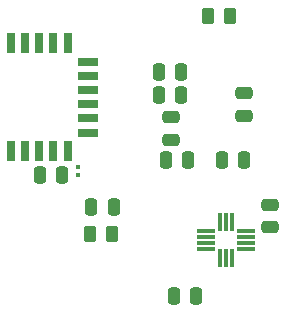
<source format=gbr>
G04 #@! TF.GenerationSoftware,KiCad,Pcbnew,7.0.8*
G04 #@! TF.CreationDate,2023-11-02T17:05:36-04:00*
G04 #@! TF.ProjectId,MCU+IMU,4d43552b-494d-4552-9e6b-696361645f70,rev?*
G04 #@! TF.SameCoordinates,Original*
G04 #@! TF.FileFunction,Paste,Bot*
G04 #@! TF.FilePolarity,Positive*
%FSLAX46Y46*%
G04 Gerber Fmt 4.6, Leading zero omitted, Abs format (unit mm)*
G04 Created by KiCad (PCBNEW 7.0.8) date 2023-11-02 17:05:36*
%MOMM*%
%LPD*%
G01*
G04 APERTURE LIST*
G04 Aperture macros list*
%AMRoundRect*
0 Rectangle with rounded corners*
0 $1 Rounding radius*
0 $2 $3 $4 $5 $6 $7 $8 $9 X,Y pos of 4 corners*
0 Add a 4 corners polygon primitive as box body*
4,1,4,$2,$3,$4,$5,$6,$7,$8,$9,$2,$3,0*
0 Add four circle primitives for the rounded corners*
1,1,$1+$1,$2,$3*
1,1,$1+$1,$4,$5*
1,1,$1+$1,$6,$7*
1,1,$1+$1,$8,$9*
0 Add four rect primitives between the rounded corners*
20,1,$1+$1,$2,$3,$4,$5,0*
20,1,$1+$1,$4,$5,$6,$7,0*
20,1,$1+$1,$6,$7,$8,$9,0*
20,1,$1+$1,$8,$9,$2,$3,0*%
G04 Aperture macros list end*
%ADD10RoundRect,0.250000X-0.250000X-0.475000X0.250000X-0.475000X0.250000X0.475000X-0.250000X0.475000X0*%
%ADD11RoundRect,0.079500X0.100500X-0.079500X0.100500X0.079500X-0.100500X0.079500X-0.100500X-0.079500X0*%
%ADD12RoundRect,0.250000X-0.475000X0.250000X-0.475000X-0.250000X0.475000X-0.250000X0.475000X0.250000X0*%
%ADD13R,1.533400X0.305480*%
%ADD14R,1.533400X0.304800*%
%ADD15R,0.350480X1.533400*%
%ADD16R,1.533400X0.305048*%
%ADD17R,0.305048X1.533400*%
%ADD18RoundRect,0.250000X0.262500X0.450000X-0.262500X0.450000X-0.262500X-0.450000X0.262500X-0.450000X0*%
%ADD19RoundRect,0.250000X0.475000X-0.250000X0.475000X0.250000X-0.475000X0.250000X-0.475000X-0.250000X0*%
%ADD20RoundRect,0.250000X0.250000X0.475000X-0.250000X0.475000X-0.250000X-0.475000X0.250000X-0.475000X0*%
%ADD21R,0.700000X1.800000*%
%ADD22R,1.800000X0.700000*%
%ADD23RoundRect,0.250000X-0.262500X-0.450000X0.262500X-0.450000X0.262500X0.450000X-0.262500X0.450000X0*%
G04 APERTURE END LIST*
D10*
G04 #@! TO.C,C2*
X133750000Y-99000000D03*
X135650000Y-99000000D03*
G04 #@! TD*
D11*
G04 #@! TO.C,D1*
X126910700Y-105760789D03*
X126910700Y-105070789D03*
G04 #@! TD*
D12*
G04 #@! TO.C,C8*
X143160700Y-108285789D03*
X143160700Y-110185789D03*
G04 #@! TD*
D13*
G04 #@! TO.C,U1*
X141091800Y-110537700D03*
X141091800Y-111037826D03*
X141091800Y-111537952D03*
D14*
X141091800Y-112038078D03*
D15*
X139910826Y-112814989D03*
X139410700Y-112814989D03*
X138910574Y-112814989D03*
D16*
X137729600Y-112038078D03*
X137729600Y-111537952D03*
X137729600Y-111037826D03*
X137729600Y-110537700D03*
D17*
X138910574Y-109760789D03*
X139410700Y-109760789D03*
X139910826Y-109760789D03*
G04 #@! TD*
D18*
G04 #@! TO.C,R1*
X129750000Y-110750000D03*
X127925000Y-110750000D03*
G04 #@! TD*
D10*
G04 #@! TO.C,C5*
X133750000Y-97000000D03*
X135650000Y-97000000D03*
G04 #@! TD*
G04 #@! TO.C,C11*
X123685700Y-105760789D03*
X125585700Y-105760789D03*
G04 #@! TD*
D19*
G04 #@! TO.C,C1*
X134750000Y-102750000D03*
X134750000Y-100850000D03*
G04 #@! TD*
D10*
G04 #@! TO.C,C9*
X139100000Y-104500000D03*
X141000000Y-104500000D03*
G04 #@! TD*
D20*
G04 #@! TO.C,C10*
X136925000Y-116000000D03*
X135025000Y-116000000D03*
G04 #@! TD*
D12*
G04 #@! TO.C,C3*
X141000000Y-98850000D03*
X141000000Y-100750000D03*
G04 #@! TD*
D21*
G04 #@! TO.C,U3*
X121225700Y-94610789D03*
X122425700Y-94610789D03*
X123625700Y-94610789D03*
X124825700Y-94610789D03*
X126025700Y-94610789D03*
D22*
X127725700Y-96160789D03*
X127725700Y-97360789D03*
X127725700Y-98560789D03*
X127725700Y-99760789D03*
X127725700Y-100960789D03*
X127725700Y-102160789D03*
D21*
X126025700Y-103710789D03*
X124825700Y-103710789D03*
X123625700Y-103710789D03*
X122375700Y-103710789D03*
X121225700Y-103710789D03*
G04 #@! TD*
D20*
G04 #@! TO.C,C6*
X136250000Y-104500000D03*
X134350000Y-104500000D03*
G04 #@! TD*
D10*
G04 #@! TO.C,C4*
X128025000Y-108500000D03*
X129925000Y-108500000D03*
G04 #@! TD*
D23*
G04 #@! TO.C,R2*
X137910700Y-92260789D03*
X139735700Y-92260789D03*
G04 #@! TD*
M02*

</source>
